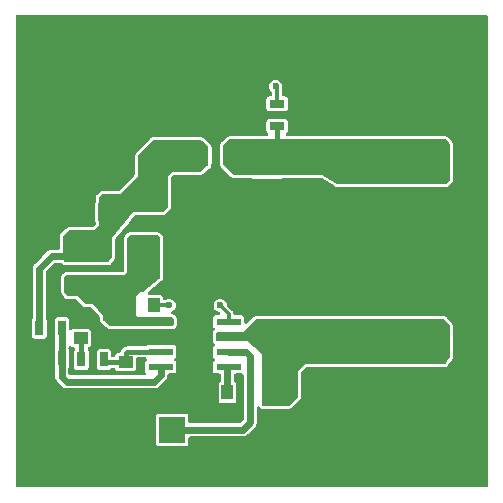
<source format=gbr>
%TF.GenerationSoftware,KiCad,Pcbnew,7.0.7-7.0.7~ubuntu23.04.1*%
%TF.CreationDate,2023-09-17T11:12:04+00:00*%
%TF.ProjectId,STEPDOWN02,53544550-444f-4574-9e30-322e6b696361,rev?*%
%TF.SameCoordinates,Original*%
%TF.FileFunction,Copper,L2,Bot*%
%TF.FilePolarity,Positive*%
%FSLAX46Y46*%
G04 Gerber Fmt 4.6, Leading zero omitted, Abs format (unit mm)*
G04 Created by KiCad (PCBNEW 7.0.7-7.0.7~ubuntu23.04.1) date 2023-09-17 11:12:04*
%MOMM*%
%LPD*%
G01*
G04 APERTURE LIST*
%TA.AperFunction,ComponentPad*%
%ADD10C,5.600000*%
%TD*%
%TA.AperFunction,ComponentPad*%
%ADD11R,3.810000X3.810000*%
%TD*%
%TA.AperFunction,ComponentPad*%
%ADD12R,2.235200X2.235200*%
%TD*%
%TA.AperFunction,ComponentPad*%
%ADD13R,1.300000X1.300000*%
%TD*%
%TA.AperFunction,ComponentPad*%
%ADD14C,1.300000*%
%TD*%
%TA.AperFunction,SMDPad,CuDef*%
%ADD15R,2.430000X2.370000*%
%TD*%
%TA.AperFunction,SMDPad,CuDef*%
%ADD16R,1.250000X1.000000*%
%TD*%
%TA.AperFunction,SMDPad,CuDef*%
%ADD17R,1.000000X1.250000*%
%TD*%
%TA.AperFunction,SMDPad,CuDef*%
%ADD18R,2.370000X2.230000*%
%TD*%
%TA.AperFunction,SMDPad,CuDef*%
%ADD19R,1.000000X1.600000*%
%TD*%
%TA.AperFunction,SMDPad,CuDef*%
%ADD20R,2.230000X1.800000*%
%TD*%
%TA.AperFunction,SMDPad,CuDef*%
%ADD21R,1.600000X1.000000*%
%TD*%
%TA.AperFunction,SMDPad,CuDef*%
%ADD22R,2.600000X3.200000*%
%TD*%
%TA.AperFunction,SMDPad,CuDef*%
%ADD23R,3.700020X1.000760*%
%TD*%
%TA.AperFunction,SMDPad,CuDef*%
%ADD24R,0.700000X1.300000*%
%TD*%
%TA.AperFunction,SMDPad,CuDef*%
%ADD25R,1.300000X0.700000*%
%TD*%
%TA.AperFunction,SMDPad,CuDef*%
%ADD26R,2.150000X0.600000*%
%TD*%
%TA.AperFunction,SMDPad,CuDef*%
%ADD27R,1.175000X1.175000*%
%TD*%
%TA.AperFunction,ComponentPad*%
%ADD28C,0.600000*%
%TD*%
%TA.AperFunction,ViaPad*%
%ADD29C,0.600000*%
%TD*%
%TA.AperFunction,Conductor*%
%ADD30C,1.000000*%
%TD*%
%TA.AperFunction,Conductor*%
%ADD31C,0.300000*%
%TD*%
%TA.AperFunction,Conductor*%
%ADD32C,0.400000*%
%TD*%
%TA.AperFunction,Conductor*%
%ADD33C,0.600000*%
%TD*%
%TA.AperFunction,Conductor*%
%ADD34C,1.500000*%
%TD*%
%TA.AperFunction,Conductor*%
%ADD35C,2.500000*%
%TD*%
%TA.AperFunction,Conductor*%
%ADD36C,0.500000*%
%TD*%
G04 APERTURE END LIST*
D10*
%TO.P,P1,1*%
%TO.N,GND*%
X121920000Y-71120000D03*
%TD*%
%TO.P,P2,1*%
%TO.N,GND*%
X152400000Y-71120000D03*
%TD*%
%TO.P,P3,1*%
%TO.N,GND*%
X121920000Y-101600000D03*
%TD*%
%TO.P,P4,1*%
%TO.N,GND*%
X152400000Y-101600000D03*
%TD*%
D11*
%TO.P,J1,1*%
%TO.N,+12V*%
X151558000Y-93980000D03*
X146558000Y-93980000D03*
%TD*%
%TO.P,J2,1*%
%TO.N,GND*%
X151558000Y-88900000D03*
X146558000Y-88900000D03*
%TD*%
%TO.P,J3,1*%
%TO.N,+5V*%
X151558000Y-78740000D03*
X146558000Y-78740000D03*
%TD*%
%TO.P,J4,1*%
%TO.N,GND*%
X151558000Y-83820000D03*
X146558000Y-83820000D03*
%TD*%
D12*
%TO.P,P5,1*%
%TO.N,/ENABLE*%
X130429000Y-101473000D03*
%TD*%
D13*
%TO.P,C12,1*%
%TO.N,+12V*%
X138811000Y-98806000D03*
D14*
%TO.P,C12,2*%
%TO.N,GND*%
X138811000Y-101306000D03*
%TD*%
D15*
%TO.P,C1,1*%
%TO.N,+12V*%
X139192000Y-93290000D03*
%TO.P,C1,2*%
%TO.N,GND*%
X139192000Y-87050000D03*
%TD*%
D16*
%TO.P,C2,1*%
%TO.N,+12V*%
X141478000Y-92567000D03*
%TO.P,C2,2*%
%TO.N,GND*%
X141478000Y-90567000D03*
%TD*%
%TO.P,C3,1*%
%TO.N,+12V*%
X143383000Y-92567000D03*
%TO.P,C3,2*%
%TO.N,GND*%
X143383000Y-90567000D03*
%TD*%
%TO.P,C4,1*%
%TO.N,Net-(C4-Pad1)*%
X126492000Y-95742000D03*
%TO.P,C4,2*%
%TO.N,GND*%
X126492000Y-93742000D03*
%TD*%
%TO.P,C5,1*%
%TO.N,Net-(C5-Pad1)*%
X122682000Y-93710000D03*
%TO.P,C5,2*%
%TO.N,GND*%
X122682000Y-91710000D03*
%TD*%
D17*
%TO.P,C6,1*%
%TO.N,Net-(C6-Pad1)*%
X135112000Y-98298000D03*
%TO.P,C6,2*%
%TO.N,GND*%
X133112000Y-98298000D03*
%TD*%
%TO.P,C7,1*%
%TO.N,Net-(C7-Pad1)*%
X126889000Y-90932000D03*
%TO.P,C7,2*%
%TO.N,Net-(C7-Pad2)*%
X128889000Y-90932000D03*
%TD*%
D18*
%TO.P,C8,1*%
%TO.N,Net-(C8-Pad1)*%
X128848000Y-81534000D03*
%TO.P,C8,2*%
%TO.N,GND*%
X133788000Y-81534000D03*
%TD*%
D19*
%TO.P,C9,1*%
%TO.N,Net-(C8-Pad1)*%
X124690000Y-83058000D03*
%TO.P,C9,2*%
%TO.N,GND*%
X121690000Y-83058000D03*
%TD*%
D20*
%TO.P,C10,1*%
%TO.N,+5V*%
X138430000Y-79058000D03*
%TO.P,C10,2*%
%TO.N,GND*%
X138430000Y-81978000D03*
%TD*%
D21*
%TO.P,C11,1*%
%TO.N,+5V*%
X141986000Y-79399000D03*
%TO.P,C11,2*%
%TO.N,GND*%
X141986000Y-82399000D03*
%TD*%
D22*
%TO.P,D1,1*%
%TO.N,Net-(C7-Pad1)*%
X128099000Y-86741000D03*
%TO.P,D1,2*%
%TO.N,GND*%
X135299000Y-86741000D03*
%TD*%
D23*
%TO.P,L1,1*%
%TO.N,Net-(C7-Pad1)*%
X123190000Y-88983820D03*
%TO.P,L1,2*%
%TO.N,Net-(C8-Pad1)*%
X123190000Y-86784180D03*
%TD*%
D24*
%TO.P,L2,1*%
%TO.N,Net-(C8-Pad1)*%
X133162000Y-78232000D03*
%TO.P,L2,2*%
%TO.N,+5V*%
X135062000Y-78232000D03*
%TD*%
%TO.P,R1,1*%
%TO.N,Net-(C4-Pad1)*%
X124648000Y-95504000D03*
%TO.P,R1,2*%
%TO.N,Net-(C5-Pad1)*%
X122748000Y-95504000D03*
%TD*%
%TO.P,R2,1*%
%TO.N,Net-(C8-Pad1)*%
X119192000Y-92837000D03*
%TO.P,R2,2*%
%TO.N,Net-(R2-Pad2)*%
X121092000Y-92837000D03*
%TD*%
%TO.P,R3,1*%
%TO.N,Net-(R2-Pad2)*%
X121092000Y-95377000D03*
%TO.P,R3,2*%
%TO.N,GND*%
X119192000Y-95377000D03*
%TD*%
D25*
%TO.P,R4,1*%
%TO.N,+5V*%
X139319000Y-75753000D03*
%TO.P,R4,2*%
%TO.N,Net-(D2-Pad2)*%
X139319000Y-73853000D03*
%TD*%
D26*
%TO.P,U1,1*%
%TO.N,Net-(C7-Pad2)*%
X135209000Y-92329000D03*
%TO.P,U1,2*%
%TO.N,+12V*%
X135209000Y-93599000D03*
%TO.P,U1,3*%
%TO.N,/ENABLE*%
X135209000Y-94869000D03*
%TO.P,U1,4*%
%TO.N,Net-(C6-Pad1)*%
X135209000Y-96139000D03*
%TO.P,U1,5*%
%TO.N,Net-(R2-Pad2)*%
X129459000Y-96139000D03*
%TO.P,U1,6*%
%TO.N,Net-(C4-Pad1)*%
X129459000Y-94869000D03*
%TO.P,U1,7*%
%TO.N,GND*%
X129459000Y-93599000D03*
%TO.P,U1,8*%
%TO.N,Net-(C7-Pad1)*%
X129459000Y-92329000D03*
D27*
%TO.P,U1,9*%
%TO.N,GND*%
X132923280Y-93055440D03*
X132921500Y-95405700D03*
X132921500Y-94230700D03*
D28*
X132905500Y-93027500D03*
X132842000Y-95377000D03*
X132842000Y-94234000D03*
X131762500Y-95377000D03*
X131762500Y-94234000D03*
X131762500Y-93027500D03*
D27*
X131747260Y-93055440D03*
X131746500Y-95405700D03*
X131746500Y-94230700D03*
%TD*%
D29*
%TO.N,GND*%
X137160000Y-83693000D03*
X133096000Y-88138000D03*
X137287000Y-86741000D03*
X121690000Y-83058000D03*
X143383000Y-90678000D03*
X136017000Y-82550000D03*
X133096000Y-86868000D03*
X135001000Y-83566000D03*
X137287000Y-88265000D03*
X139700000Y-83693000D03*
X133858000Y-83566000D03*
X133096000Y-85725000D03*
X141224000Y-86360000D03*
X141478000Y-90567000D03*
X141224000Y-87249000D03*
X136017000Y-81534000D03*
X126492000Y-93726000D03*
X137287000Y-85598000D03*
X138430000Y-83693000D03*
X119192000Y-95377000D03*
X141224000Y-88265000D03*
X141986000Y-82399000D03*
X132588000Y-83566000D03*
X133112000Y-98298000D03*
X122682000Y-91710000D03*
%TO.N,Net-(C7-Pad2)*%
X130175000Y-90932000D03*
X134493000Y-90932000D03*
%TO.N,Net-(D2-Pad2)*%
X139192000Y-72390000D03*
%TD*%
D30*
%TO.N,GND*%
X126492000Y-93726000D02*
X126492000Y-93742000D01*
D31*
X139010000Y-87122000D02*
X139192000Y-87304000D01*
X133788000Y-83496000D02*
X133858000Y-83566000D01*
X137287000Y-87304000D02*
X137287000Y-87376000D01*
X137287000Y-87376000D02*
X137287000Y-88265000D01*
X141169000Y-87304000D02*
X141224000Y-87249000D01*
X143383000Y-90678000D02*
X143383000Y-90567000D01*
X137287000Y-86741000D02*
X137287000Y-87376000D01*
X138430000Y-81978000D02*
X138430000Y-83693000D01*
X135299000Y-86868000D02*
X133096000Y-86868000D01*
X133788000Y-81534000D02*
X133788000Y-83496000D01*
X133788000Y-81534000D02*
X136017000Y-81534000D01*
X133096000Y-86868000D02*
X133096000Y-88138000D01*
X139192000Y-87304000D02*
X137287000Y-87304000D01*
X135299000Y-86741000D02*
X137287000Y-86741000D01*
X139192000Y-87304000D02*
X141169000Y-87304000D01*
X138430000Y-83693000D02*
X139700000Y-83693000D01*
X141224000Y-87249000D02*
X141224000Y-88265000D01*
X133858000Y-83566000D02*
X132588000Y-83566000D01*
D32*
%TO.N,+12V*%
X139137000Y-93599000D02*
X139192000Y-93544000D01*
D30*
X146122000Y-93544000D02*
X146558000Y-93980000D01*
D33*
X135209000Y-93599000D02*
X139137000Y-93599000D01*
D34*
X139192000Y-93544000D02*
X146122000Y-93544000D01*
D35*
X146558000Y-93980000D02*
X151558000Y-93980000D01*
D32*
%TO.N,Net-(C4-Pad1)*%
X126619000Y-94869000D02*
X126492000Y-94996000D01*
X126492000Y-94996000D02*
X126492000Y-95742000D01*
X124886000Y-95742000D02*
X124648000Y-95504000D01*
X129459000Y-94869000D02*
X126619000Y-94869000D01*
X126492000Y-95742000D02*
X124886000Y-95742000D01*
%TO.N,Net-(C5-Pad1)*%
X122748000Y-93776000D02*
X122682000Y-93710000D01*
X122748000Y-95504000D02*
X122748000Y-93776000D01*
%TO.N,Net-(C6-Pad1)*%
X135112000Y-96236000D02*
X135209000Y-96139000D01*
D33*
X135112000Y-98298000D02*
X135112000Y-96236000D01*
D30*
%TO.N,Net-(C7-Pad1)*%
X126916180Y-88983820D02*
X127464000Y-88436000D01*
X127464000Y-88436000D02*
X127464000Y-86868000D01*
D33*
X123190000Y-89916000D02*
X123444000Y-90170000D01*
X123444000Y-90170000D02*
X124968000Y-90170000D01*
X124968000Y-90170000D02*
X125238000Y-90440000D01*
X125238000Y-90440000D02*
X125238000Y-90932000D01*
X125238000Y-91964000D02*
X125603000Y-92329000D01*
X125603000Y-92329000D02*
X129459000Y-92329000D01*
D31*
X125238000Y-90932000D02*
X125349000Y-90932000D01*
X125349000Y-90932000D02*
X125238000Y-90932000D01*
D33*
X125238000Y-90932000D02*
X125238000Y-91186000D01*
X126889000Y-90932000D02*
X125238000Y-90932000D01*
D30*
X123190000Y-88983820D02*
X126916180Y-88983820D01*
D33*
X125238000Y-91186000D02*
X125238000Y-91964000D01*
X123190000Y-88983820D02*
X123190000Y-89916000D01*
D31*
%TO.N,Net-(C7-Pad2)*%
X134493000Y-90932000D02*
X135209000Y-91648000D01*
X135209000Y-92329000D02*
X135209000Y-91648000D01*
X130175000Y-90932000D02*
X128889000Y-90932000D01*
D30*
%TO.N,Net-(C8-Pad1)*%
X130556000Y-78232000D02*
X129356000Y-79432000D01*
X129356000Y-79432000D02*
X129356000Y-81534000D01*
D33*
X123190000Y-85852000D02*
X123698000Y-85344000D01*
X123698000Y-85344000D02*
X124333000Y-85344000D01*
X124333000Y-85344000D02*
X124690000Y-84987000D01*
X124690000Y-84987000D02*
X124690000Y-83566000D01*
X120225820Y-86784180D02*
X119192000Y-87818000D01*
X119192000Y-87818000D02*
X119192000Y-92837000D01*
X123190000Y-86784180D02*
X120225820Y-86784180D01*
X123190000Y-86784180D02*
X123190000Y-85852000D01*
X133162000Y-78232000D02*
X130556000Y-78232000D01*
D30*
%TO.N,+5V*%
X142518000Y-78740000D02*
X142200000Y-79058000D01*
X142200000Y-79058000D02*
X138430000Y-79058000D01*
X136716000Y-79058000D02*
X135890000Y-78232000D01*
D36*
X138364000Y-78992000D02*
X138430000Y-79058000D01*
D32*
X139319000Y-77470000D02*
X138430000Y-78359000D01*
X138430000Y-78359000D02*
X138430000Y-79058000D01*
X139319000Y-75753000D02*
X139319000Y-77470000D01*
D30*
X146558000Y-78740000D02*
X142518000Y-78740000D01*
D35*
X146558000Y-78740000D02*
X151558000Y-78740000D01*
D30*
X136716000Y-79058000D02*
X138430000Y-79058000D01*
D33*
X135062000Y-78232000D02*
X135890000Y-78232000D01*
D31*
%TO.N,Net-(D2-Pad2)*%
X139319000Y-72517000D02*
X139192000Y-72390000D01*
X139319000Y-73853000D02*
X139319000Y-72517000D01*
D33*
%TO.N,/ENABLE*%
X130556000Y-101346000D02*
X130429000Y-101473000D01*
X136652000Y-94869000D02*
X137033000Y-95250000D01*
X137033000Y-95250000D02*
X137033000Y-100838000D01*
X137033000Y-100838000D02*
X136398000Y-101473000D01*
X136398000Y-101473000D02*
X130429000Y-101473000D01*
X135209000Y-94869000D02*
X136652000Y-94869000D01*
%TO.N,Net-(R2-Pad2)*%
X129459000Y-96855000D02*
X128905000Y-97409000D01*
X128905000Y-97409000D02*
X121539000Y-97409000D01*
X121539000Y-97409000D02*
X121092000Y-96962000D01*
X121092000Y-96962000D02*
X121092000Y-95377000D01*
X121092000Y-95377000D02*
X121092000Y-92837000D01*
X129459000Y-96139000D02*
X129459000Y-96855000D01*
%TD*%
%TA.AperFunction,Conductor*%
%TO.N,GND*%
G36*
X157076000Y-66389462D02*
G01*
X157130538Y-66444000D01*
X157150500Y-66518500D01*
X157150500Y-106201500D01*
X157130538Y-106276000D01*
X157076000Y-106330538D01*
X157001500Y-106350500D01*
X117318500Y-106350500D01*
X117244000Y-106330538D01*
X117189462Y-106276000D01*
X117169500Y-106201500D01*
X117169500Y-102615662D01*
X129056900Y-102615662D01*
X129071665Y-102689900D01*
X129127915Y-102774083D01*
X129127917Y-102774085D01*
X129212097Y-102830333D01*
X129212099Y-102830334D01*
X129286333Y-102845100D01*
X131571666Y-102845099D01*
X131645901Y-102830334D01*
X131730084Y-102774084D01*
X131786334Y-102689901D01*
X131801100Y-102615667D01*
X131801100Y-102176500D01*
X131821062Y-102102000D01*
X131875600Y-102047462D01*
X131950100Y-102027500D01*
X136388537Y-102027500D01*
X136455239Y-102029779D01*
X136497971Y-102019364D01*
X136505444Y-102017944D01*
X136549009Y-102011957D01*
X136563692Y-102005578D01*
X136587772Y-101997480D01*
X136603333Y-101993689D01*
X136641683Y-101972125D01*
X136648464Y-101968757D01*
X136688818Y-101951230D01*
X136701239Y-101941124D01*
X136722243Y-101926828D01*
X136736199Y-101918982D01*
X136767299Y-101887880D01*
X136772936Y-101882793D01*
X136807058Y-101855034D01*
X136816291Y-101841952D01*
X136832653Y-101822526D01*
X137125525Y-101529654D01*
X137418392Y-101236789D01*
X137445466Y-101211502D01*
X137467176Y-101191228D01*
X137490031Y-101153642D01*
X137494298Y-101147372D01*
X137520880Y-101112320D01*
X137526754Y-101097422D01*
X137538051Y-101074677D01*
X137546375Y-101060990D01*
X137558242Y-101018633D01*
X137560667Y-101011425D01*
X137576799Y-100970520D01*
X137578435Y-100954595D01*
X137583179Y-100929633D01*
X137587500Y-100914214D01*
X137587500Y-100870250D01*
X137587891Y-100862628D01*
X137588960Y-100852221D01*
X137592387Y-100818891D01*
X137589666Y-100803107D01*
X137587500Y-100777794D01*
X137587500Y-99595241D01*
X137607462Y-99520741D01*
X137662000Y-99466203D01*
X137736500Y-99446241D01*
X137811000Y-99466203D01*
X137860389Y-99512461D01*
X137885465Y-99549990D01*
X137885470Y-99549996D01*
X137940002Y-99604529D01*
X137940002Y-99604528D01*
X137940006Y-99604532D01*
X137959451Y-99621585D01*
X137966556Y-99629684D01*
X137967136Y-99629105D01*
X137977511Y-99639480D01*
X137977515Y-99639482D01*
X137977516Y-99639484D01*
X138061699Y-99695734D01*
X138135933Y-99710500D01*
X139486066Y-99710499D01*
X139513973Y-99704948D01*
X139521950Y-99703362D01*
X139551014Y-99700500D01*
X140281784Y-99700500D01*
X140298732Y-99699389D01*
X140326493Y-99695734D01*
X140345717Y-99693203D01*
X140441596Y-99660657D01*
X140508391Y-99622093D01*
X140562135Y-99580853D01*
X141242860Y-98900128D01*
X141254063Y-98887354D01*
X141254063Y-98887352D01*
X141254069Y-98887347D01*
X141254070Y-98887346D01*
X141279946Y-98853623D01*
X141281016Y-98852403D01*
X141282913Y-98849756D01*
X141282914Y-98849755D01*
X141282915Y-98849752D01*
X141282917Y-98849750D01*
X141305596Y-98803758D01*
X141327696Y-98758945D01*
X141347658Y-98684445D01*
X141347659Y-98684434D01*
X141347661Y-98684427D01*
X141356499Y-98617289D01*
X141356500Y-98617281D01*
X141356500Y-96689206D01*
X141376462Y-96614706D01*
X141400141Y-96583847D01*
X141795847Y-96188141D01*
X141862642Y-96149577D01*
X141901206Y-96144500D01*
X153468497Y-96144500D01*
X153468500Y-96144500D01*
X153520523Y-96139232D01*
X153579053Y-96127255D01*
X153596946Y-96122927D01*
X153687258Y-96077148D01*
X153747928Y-96029525D01*
X153795300Y-95981100D01*
X154104133Y-95569322D01*
X154108612Y-95562962D01*
X154120592Y-95544817D01*
X154154696Y-95468996D01*
X154174658Y-95394496D01*
X154174659Y-95394485D01*
X154174661Y-95394478D01*
X154183499Y-95327340D01*
X154183500Y-95327333D01*
X154183500Y-92636216D01*
X154182389Y-92619268D01*
X154176203Y-92572283D01*
X154172373Y-92560999D01*
X154143657Y-92476404D01*
X154105093Y-92409609D01*
X154063853Y-92355865D01*
X153737159Y-92029170D01*
X153704858Y-91980828D01*
X153702734Y-91975699D01*
X153683735Y-91947265D01*
X153646484Y-91891516D01*
X153646482Y-91891515D01*
X153646482Y-91891514D01*
X153562302Y-91835266D01*
X153488067Y-91820500D01*
X153397147Y-91820500D01*
X153387417Y-91819862D01*
X153362721Y-91816611D01*
X153354283Y-91815500D01*
X153354282Y-91815500D01*
X144062824Y-91815500D01*
X144033756Y-91812637D01*
X144033067Y-91812500D01*
X142732934Y-91812500D01*
X142732341Y-91812618D01*
X142732249Y-91812637D01*
X142703183Y-91815500D01*
X142157824Y-91815500D01*
X142128756Y-91812637D01*
X142128067Y-91812500D01*
X140827934Y-91812500D01*
X140827341Y-91812618D01*
X140827249Y-91812637D01*
X140798183Y-91815500D01*
X137594216Y-91815500D01*
X137577268Y-91816611D01*
X137530283Y-91822796D01*
X137434404Y-91855343D01*
X137367615Y-91893903D01*
X137367608Y-91893908D01*
X137313866Y-91935145D01*
X136792858Y-92456152D01*
X136726063Y-92494716D01*
X136648935Y-92494716D01*
X136582140Y-92456152D01*
X136543576Y-92389357D01*
X136538499Y-92350797D01*
X136538499Y-92003934D01*
X136523734Y-91929699D01*
X136467484Y-91845516D01*
X136467483Y-91845515D01*
X136467482Y-91845514D01*
X136383302Y-91789266D01*
X136309067Y-91774500D01*
X135762500Y-91774500D01*
X135688000Y-91754538D01*
X135633462Y-91700000D01*
X135613500Y-91625500D01*
X135613500Y-91583935D01*
X135612893Y-91582066D01*
X135607161Y-91564424D01*
X135601706Y-91541704D01*
X135598498Y-91521445D01*
X135589191Y-91503180D01*
X135580241Y-91481575D01*
X135573905Y-91462071D01*
X135561848Y-91445477D01*
X135549633Y-91425545D01*
X135540326Y-91407277D01*
X135517537Y-91384488D01*
X135517535Y-91384485D01*
X135086112Y-90953062D01*
X135047549Y-90886268D01*
X135043749Y-90867165D01*
X135033228Y-90787246D01*
X134977356Y-90652360D01*
X134977356Y-90652359D01*
X134888472Y-90536524D01*
X134772642Y-90447644D01*
X134772642Y-90447643D01*
X134637751Y-90391770D01*
X134493003Y-90372715D01*
X134492997Y-90372715D01*
X134348251Y-90391770D01*
X134348246Y-90391771D01*
X134213360Y-90447643D01*
X134097526Y-90536526D01*
X134008643Y-90652360D01*
X133952771Y-90787246D01*
X133952770Y-90787251D01*
X133933715Y-90931997D01*
X133933715Y-90932002D01*
X133952770Y-91076751D01*
X134008644Y-91211642D01*
X134097524Y-91327472D01*
X134097527Y-91327475D01*
X134213357Y-91416355D01*
X134213357Y-91416356D01*
X134298417Y-91451588D01*
X134348246Y-91472228D01*
X134390382Y-91477775D01*
X134461638Y-91507288D01*
X134508592Y-91568477D01*
X134518661Y-91644945D01*
X134489147Y-91716203D01*
X134427958Y-91763157D01*
X134370936Y-91774500D01*
X134108937Y-91774500D01*
X134034699Y-91789265D01*
X133950516Y-91845515D01*
X133950514Y-91845517D01*
X133894266Y-91929697D01*
X133879500Y-92003932D01*
X133879500Y-92654062D01*
X133894265Y-92728300D01*
X133950515Y-92812483D01*
X133950517Y-92812485D01*
X133976081Y-92829567D01*
X134026935Y-92887555D01*
X134041981Y-92963202D01*
X134017188Y-93036236D01*
X133998660Y-93058813D01*
X133948471Y-93109002D01*
X133948468Y-93109006D01*
X133930562Y-93129422D01*
X133926085Y-93134528D01*
X133881301Y-93225342D01*
X133881301Y-93225343D01*
X133861343Y-93299831D01*
X133861338Y-93299854D01*
X133852500Y-93366992D01*
X133852500Y-93831007D01*
X133861338Y-93898145D01*
X133861342Y-93898164D01*
X133881302Y-93972655D01*
X133881304Y-93972663D01*
X133892215Y-94004806D01*
X133892216Y-94004808D01*
X133892217Y-94004809D01*
X133948465Y-94088990D01*
X133948469Y-94088995D01*
X133998659Y-94139185D01*
X134037223Y-94205980D01*
X134037223Y-94283108D01*
X133998659Y-94349903D01*
X133976084Y-94368431D01*
X133950515Y-94385516D01*
X133950514Y-94385517D01*
X133894266Y-94469697D01*
X133879500Y-94543932D01*
X133879500Y-95194062D01*
X133894265Y-95268300D01*
X133950515Y-95352483D01*
X133950516Y-95352484D01*
X133991863Y-95380112D01*
X134042716Y-95438101D01*
X134057762Y-95513747D01*
X134032969Y-95586782D01*
X133991863Y-95627888D01*
X133950516Y-95655515D01*
X133950514Y-95655517D01*
X133894266Y-95739697D01*
X133879500Y-95813932D01*
X133879500Y-96464062D01*
X133894265Y-96538300D01*
X133950515Y-96622483D01*
X133950517Y-96622485D01*
X134034697Y-96678733D01*
X134034699Y-96678734D01*
X134108933Y-96693500D01*
X134408501Y-96693499D01*
X134483000Y-96713461D01*
X134537538Y-96767999D01*
X134557500Y-96842499D01*
X134557500Y-97323688D01*
X134537538Y-97398188D01*
X134491281Y-97447576D01*
X134428517Y-97489514D01*
X134428514Y-97489517D01*
X134372266Y-97573697D01*
X134357500Y-97647932D01*
X134357500Y-98948062D01*
X134372265Y-99022300D01*
X134428515Y-99106483D01*
X134428517Y-99106485D01*
X134512697Y-99162733D01*
X134512699Y-99162734D01*
X134586933Y-99177500D01*
X135637066Y-99177499D01*
X135711301Y-99162734D01*
X135795484Y-99106484D01*
X135851734Y-99022301D01*
X135866500Y-98948067D01*
X135866499Y-97647934D01*
X135851734Y-97573699D01*
X135795484Y-97489516D01*
X135795482Y-97489514D01*
X135732719Y-97447576D01*
X135681865Y-97389587D01*
X135666500Y-97323688D01*
X135666500Y-96842499D01*
X135686462Y-96767999D01*
X135741000Y-96713461D01*
X135815500Y-96693499D01*
X136309065Y-96693499D01*
X136309066Y-96693499D01*
X136309066Y-96693498D01*
X136314892Y-96692925D01*
X136390990Y-96705487D01*
X136450612Y-96754415D01*
X136477782Y-96826599D01*
X136478500Y-96841207D01*
X136478500Y-100546601D01*
X136458538Y-100621101D01*
X136434859Y-100651960D01*
X136211960Y-100874859D01*
X136145165Y-100913423D01*
X136106601Y-100918500D01*
X131950099Y-100918500D01*
X131875599Y-100898538D01*
X131821061Y-100844000D01*
X131801099Y-100769500D01*
X131801099Y-100330337D01*
X131801099Y-100330334D01*
X131786334Y-100256099D01*
X131730084Y-100171916D01*
X131730083Y-100171915D01*
X131730082Y-100171914D01*
X131645902Y-100115666D01*
X131571667Y-100100900D01*
X129286337Y-100100900D01*
X129212099Y-100115665D01*
X129127916Y-100171915D01*
X129127914Y-100171917D01*
X129071666Y-100256097D01*
X129056900Y-100330332D01*
X129056900Y-102615662D01*
X117169500Y-102615662D01*
X117169500Y-96052062D01*
X120487500Y-96052062D01*
X120487501Y-96052066D01*
X120502266Y-96126301D01*
X120510906Y-96139232D01*
X120512386Y-96141446D01*
X120537181Y-96214480D01*
X120537500Y-96224230D01*
X120537500Y-96952536D01*
X120535220Y-97019240D01*
X120545631Y-97061961D01*
X120547056Y-97069458D01*
X120553043Y-97113008D01*
X120553043Y-97113009D01*
X120559422Y-97127697D01*
X120567515Y-97151765D01*
X120571308Y-97167328D01*
X120571308Y-97167329D01*
X120573180Y-97170658D01*
X120592860Y-97205659D01*
X120596251Y-97212487D01*
X120613769Y-97252818D01*
X120623873Y-97265236D01*
X120638167Y-97286237D01*
X120646018Y-97300199D01*
X120646023Y-97300204D01*
X120677107Y-97331288D01*
X120682220Y-97336954D01*
X120709966Y-97371058D01*
X120723043Y-97380288D01*
X120742476Y-97396657D01*
X121140224Y-97794406D01*
X121185772Y-97843176D01*
X121223341Y-97866022D01*
X121229649Y-97870315D01*
X121264672Y-97896875D01*
X121264681Y-97896880D01*
X121279565Y-97902749D01*
X121302322Y-97914051D01*
X121316010Y-97922375D01*
X121358346Y-97934237D01*
X121365583Y-97936671D01*
X121406479Y-97952799D01*
X121415217Y-97953697D01*
X121422404Y-97954436D01*
X121447369Y-97959180D01*
X121462786Y-97963500D01*
X121506757Y-97963500D01*
X121514380Y-97963891D01*
X121520712Y-97964541D01*
X121558109Y-97968386D01*
X121573879Y-97965666D01*
X121599196Y-97963500D01*
X128895537Y-97963500D01*
X128962239Y-97965779D01*
X129004971Y-97955364D01*
X129012444Y-97953944D01*
X129056009Y-97947957D01*
X129070692Y-97941578D01*
X129094772Y-97933480D01*
X129110333Y-97929689D01*
X129148683Y-97908125D01*
X129155464Y-97904757D01*
X129195818Y-97887230D01*
X129208239Y-97877124D01*
X129229243Y-97862828D01*
X129243199Y-97854982D01*
X129274299Y-97823880D01*
X129279936Y-97818793D01*
X129314058Y-97791034D01*
X129323291Y-97777952D01*
X129339653Y-97758526D01*
X129717894Y-97380286D01*
X129844392Y-97253789D01*
X129871466Y-97228502D01*
X129893176Y-97208228D01*
X129916026Y-97170649D01*
X129920307Y-97164359D01*
X129946879Y-97129321D01*
X129952750Y-97114431D01*
X129964058Y-97091664D01*
X129972375Y-97077990D01*
X129984235Y-97035658D01*
X129986668Y-97028424D01*
X130002799Y-96987521D01*
X130002799Y-96987520D01*
X130004436Y-96971595D01*
X130009181Y-96946627D01*
X130013500Y-96931214D01*
X130013499Y-96887246D01*
X130013890Y-96879622D01*
X130016505Y-96854181D01*
X130018386Y-96835891D01*
X130018385Y-96835889D01*
X130019273Y-96827260D01*
X130046750Y-96755192D01*
X130106580Y-96706518D01*
X130167492Y-96693499D01*
X130559063Y-96693499D01*
X130559066Y-96693499D01*
X130633301Y-96678734D01*
X130717484Y-96622484D01*
X130773734Y-96538301D01*
X130788500Y-96464067D01*
X130788499Y-95813934D01*
X130773734Y-95739699D01*
X130717484Y-95655516D01*
X130717483Y-95655515D01*
X130676136Y-95627887D01*
X130625283Y-95569898D01*
X130610237Y-95494251D01*
X130635030Y-95421217D01*
X130676135Y-95380112D01*
X130717484Y-95352484D01*
X130773734Y-95268301D01*
X130788500Y-95194067D01*
X130788499Y-94543934D01*
X130773734Y-94469699D01*
X130717484Y-94385516D01*
X130717482Y-94385514D01*
X130633302Y-94329266D01*
X130559067Y-94314500D01*
X128358937Y-94314500D01*
X128284699Y-94329265D01*
X128194719Y-94389389D01*
X128121684Y-94414181D01*
X128111939Y-94414500D01*
X126648715Y-94414500D01*
X126640367Y-94414031D01*
X126601816Y-94409687D01*
X126601815Y-94409687D01*
X126601814Y-94409687D01*
X126542851Y-94420843D01*
X126499062Y-94427443D01*
X126483519Y-94429786D01*
X126475308Y-94432319D01*
X126467190Y-94435159D01*
X126414141Y-94463197D01*
X126360080Y-94489232D01*
X126352953Y-94494091D01*
X126346061Y-94499178D01*
X126303627Y-94541612D01*
X126259642Y-94582424D01*
X126252686Y-94591148D01*
X126251747Y-94590399D01*
X126241442Y-94603796D01*
X126191627Y-94653610D01*
X126185395Y-94659180D01*
X126155064Y-94683368D01*
X126121260Y-94732949D01*
X126085630Y-94781228D01*
X126081603Y-94788848D01*
X126077884Y-94796571D01*
X126077883Y-94796572D01*
X126077884Y-94796572D01*
X126060196Y-94853915D01*
X126051699Y-94878197D01*
X126048369Y-94887714D01*
X126004920Y-94951439D01*
X125935430Y-94984903D01*
X125907733Y-94987500D01*
X125841936Y-94987500D01*
X125767699Y-95002265D01*
X125683516Y-95058515D01*
X125683514Y-95058517D01*
X125627266Y-95142697D01*
X125622319Y-95167569D01*
X125588206Y-95236743D01*
X125524076Y-95279593D01*
X125476182Y-95287500D01*
X125401499Y-95287500D01*
X125326999Y-95267538D01*
X125272461Y-95213000D01*
X125252499Y-95138500D01*
X125252499Y-94828937D01*
X125252499Y-94828934D01*
X125237734Y-94754699D01*
X125181484Y-94670516D01*
X125181483Y-94670515D01*
X125181482Y-94670514D01*
X125097302Y-94614266D01*
X125023067Y-94599500D01*
X124272937Y-94599500D01*
X124198699Y-94614265D01*
X124114516Y-94670515D01*
X124114514Y-94670517D01*
X124058266Y-94754697D01*
X124043500Y-94828932D01*
X124043500Y-96179062D01*
X124058265Y-96253300D01*
X124114515Y-96337483D01*
X124114517Y-96337485D01*
X124198697Y-96393733D01*
X124198699Y-96393734D01*
X124272933Y-96408500D01*
X125023066Y-96408499D01*
X125097301Y-96393734D01*
X125181484Y-96337484D01*
X125231440Y-96262719D01*
X125289428Y-96211866D01*
X125355329Y-96196500D01*
X125476182Y-96196500D01*
X125550682Y-96216462D01*
X125605220Y-96271000D01*
X125622319Y-96316433D01*
X125627264Y-96341299D01*
X125683515Y-96425483D01*
X125683517Y-96425485D01*
X125767697Y-96481733D01*
X125767699Y-96481734D01*
X125841933Y-96496500D01*
X127142066Y-96496499D01*
X127216301Y-96481734D01*
X127300484Y-96425484D01*
X127356734Y-96341301D01*
X127371500Y-96267067D01*
X127371499Y-95472499D01*
X127391461Y-95398000D01*
X127445999Y-95343462D01*
X127520499Y-95323500D01*
X128111939Y-95323500D01*
X128186439Y-95343462D01*
X128194720Y-95348612D01*
X128241862Y-95380112D01*
X128292716Y-95438100D01*
X128307762Y-95513747D01*
X128282969Y-95586781D01*
X128241863Y-95627888D01*
X128200516Y-95655515D01*
X128200514Y-95655517D01*
X128144266Y-95739697D01*
X128129500Y-95813932D01*
X128129500Y-96464062D01*
X128144266Y-96538301D01*
X128200673Y-96622719D01*
X128225466Y-96695754D01*
X128210419Y-96771400D01*
X128159566Y-96829388D01*
X128086531Y-96854181D01*
X128076785Y-96854500D01*
X121830400Y-96854500D01*
X121755900Y-96834538D01*
X121725041Y-96810859D01*
X121690140Y-96775958D01*
X121651576Y-96709163D01*
X121646499Y-96670605D01*
X121646499Y-96224231D01*
X121666461Y-96149732D01*
X121671613Y-96141448D01*
X121681734Y-96126301D01*
X121682405Y-96122926D01*
X121696500Y-96052067D01*
X121696499Y-94701934D01*
X121681734Y-94627699D01*
X121671610Y-94612548D01*
X121646819Y-94539514D01*
X121646500Y-94529769D01*
X121646500Y-94520556D01*
X121666462Y-94446056D01*
X121721000Y-94391518D01*
X121795500Y-94371556D01*
X121870000Y-94391518D01*
X121878281Y-94396668D01*
X121957697Y-94449733D01*
X121957699Y-94449734D01*
X122031933Y-94464500D01*
X122073411Y-94464499D01*
X122147908Y-94484460D01*
X122202447Y-94538996D01*
X122222411Y-94613496D01*
X122202450Y-94687996D01*
X122197300Y-94696278D01*
X122158266Y-94754696D01*
X122143500Y-94828932D01*
X122143500Y-96179062D01*
X122158265Y-96253300D01*
X122214515Y-96337483D01*
X122214517Y-96337485D01*
X122298697Y-96393733D01*
X122298699Y-96393734D01*
X122372933Y-96408500D01*
X123123066Y-96408499D01*
X123197301Y-96393734D01*
X123281484Y-96337484D01*
X123337734Y-96253301D01*
X123352500Y-96179067D01*
X123352499Y-94828934D01*
X123337734Y-94754699D01*
X123289801Y-94682963D01*
X123265009Y-94609929D01*
X123280056Y-94534282D01*
X123330910Y-94476294D01*
X123384623Y-94454045D01*
X123406301Y-94449734D01*
X123490484Y-94393484D01*
X123546734Y-94309301D01*
X123561500Y-94235067D01*
X123561499Y-93184934D01*
X123546734Y-93110699D01*
X123490484Y-93026516D01*
X123490482Y-93026514D01*
X123406302Y-92970266D01*
X123332067Y-92955500D01*
X122031937Y-92955500D01*
X121957697Y-92970266D01*
X121928277Y-92989924D01*
X121855242Y-93014715D01*
X121779596Y-92999667D01*
X121721609Y-92948812D01*
X121696818Y-92875777D01*
X121696499Y-92866049D01*
X121696499Y-92161934D01*
X121681734Y-92087699D01*
X121625484Y-92003516D01*
X121625483Y-92003515D01*
X121625482Y-92003514D01*
X121541302Y-91947266D01*
X121467067Y-91932500D01*
X120716937Y-91932500D01*
X120642699Y-91947265D01*
X120558516Y-92003515D01*
X120558514Y-92003517D01*
X120502266Y-92087697D01*
X120487500Y-92161932D01*
X120487500Y-93512062D01*
X120502266Y-93586301D01*
X120512386Y-93601446D01*
X120537181Y-93674480D01*
X120537500Y-93684230D01*
X120537500Y-94529769D01*
X120517538Y-94604269D01*
X120512389Y-94612549D01*
X120502266Y-94627697D01*
X120502265Y-94627701D01*
X120487500Y-94701932D01*
X120487500Y-96052062D01*
X117169500Y-96052062D01*
X117169500Y-93512062D01*
X118587500Y-93512062D01*
X118602265Y-93586300D01*
X118658515Y-93670483D01*
X118658517Y-93670485D01*
X118742697Y-93726733D01*
X118742699Y-93726734D01*
X118816933Y-93741500D01*
X119567066Y-93741499D01*
X119641301Y-93726734D01*
X119725484Y-93670484D01*
X119781734Y-93586301D01*
X119796500Y-93512067D01*
X119796499Y-92161934D01*
X119781734Y-92087699D01*
X119771610Y-92072548D01*
X119746819Y-91999514D01*
X119746500Y-91989769D01*
X119746500Y-89748098D01*
X121025500Y-89748098D01*
X121025943Y-89761833D01*
X121039494Y-89836638D01*
X121064206Y-89909689D01*
X121094104Y-89970476D01*
X121094105Y-89970478D01*
X121278851Y-90247598D01*
X121317273Y-90292955D01*
X121366756Y-90339350D01*
X121366755Y-90339348D01*
X121386268Y-90355913D01*
X121386272Y-90355916D01*
X121477075Y-90400695D01*
X121477085Y-90400698D01*
X121514328Y-90410676D01*
X121551579Y-90420658D01*
X121551587Y-90420659D01*
X121551596Y-90420661D01*
X121618461Y-90429463D01*
X121618742Y-90429500D01*
X122258794Y-90429500D01*
X122333294Y-90449462D01*
X122364153Y-90473141D01*
X122841872Y-90950860D01*
X122841880Y-90950867D01*
X122841884Y-90950871D01*
X122854653Y-90962069D01*
X122854655Y-90962070D01*
X122888369Y-90987940D01*
X122889592Y-90989012D01*
X122892249Y-90990917D01*
X122980688Y-91034529D01*
X122983055Y-91035696D01*
X122983058Y-91035696D01*
X122983061Y-91035698D01*
X123020304Y-91045676D01*
X123057555Y-91055658D01*
X123057563Y-91055659D01*
X123057572Y-91055661D01*
X123124710Y-91064499D01*
X123124718Y-91064500D01*
X123512636Y-91064500D01*
X123587136Y-91084462D01*
X123624768Y-91115381D01*
X124263636Y-91845516D01*
X124290633Y-91876369D01*
X124324668Y-91945581D01*
X124327499Y-91974485D01*
X124327499Y-92130393D01*
X124331984Y-92178411D01*
X124331987Y-92178433D01*
X124342203Y-92232656D01*
X124345249Y-92246683D01*
X124345250Y-92246685D01*
X124388186Y-92338383D01*
X124388187Y-92338385D01*
X124388188Y-92338386D01*
X124388189Y-92338387D01*
X124433886Y-92400506D01*
X124433890Y-92400510D01*
X124480812Y-92449371D01*
X124829473Y-92728300D01*
X125022907Y-92883048D01*
X125029000Y-92887555D01*
X125030788Y-92888878D01*
X125053416Y-92904332D01*
X125132603Y-92940696D01*
X125132609Y-92940697D01*
X125132610Y-92940698D01*
X125132612Y-92940699D01*
X125177302Y-92952673D01*
X125207103Y-92960658D01*
X125207111Y-92960659D01*
X125207120Y-92960661D01*
X125274258Y-92969499D01*
X125274266Y-92969500D01*
X130407000Y-92969500D01*
X130414438Y-92968520D01*
X130474145Y-92960661D01*
X130474152Y-92960659D01*
X130474163Y-92960658D01*
X130548663Y-92940696D01*
X130580806Y-92929785D01*
X130664994Y-92873532D01*
X130692262Y-92846263D01*
X130719529Y-92818998D01*
X130719528Y-92818998D01*
X130719532Y-92818994D01*
X130741914Y-92793473D01*
X130786696Y-92702663D01*
X130806658Y-92628163D01*
X130806659Y-92628152D01*
X130806661Y-92628145D01*
X130815499Y-92561007D01*
X130815500Y-92560999D01*
X130815500Y-92097000D01*
X130815499Y-92096992D01*
X130806661Y-92029854D01*
X130806658Y-92029844D01*
X130806658Y-92029837D01*
X130786696Y-91955337D01*
X130775785Y-91923194D01*
X130719532Y-91839006D01*
X130693026Y-91812500D01*
X130664998Y-91784471D01*
X130664998Y-91784472D01*
X130664994Y-91784468D01*
X130639473Y-91762086D01*
X130548663Y-91717304D01*
X130548660Y-91717303D01*
X130548658Y-91717302D01*
X130474388Y-91697402D01*
X130407593Y-91658839D01*
X130369028Y-91592044D01*
X130369028Y-91514916D01*
X130407591Y-91448121D01*
X130446641Y-91422030D01*
X130446185Y-91421239D01*
X130454639Y-91416356D01*
X130454643Y-91416355D01*
X130570474Y-91327474D01*
X130659355Y-91211643D01*
X130659355Y-91211642D01*
X130659356Y-91211642D01*
X130715229Y-91076751D01*
X130734285Y-90932002D01*
X130734285Y-90931997D01*
X130715229Y-90787251D01*
X130715228Y-90787246D01*
X130659356Y-90652360D01*
X130659355Y-90652359D01*
X130659355Y-90652358D01*
X130570474Y-90536526D01*
X130570472Y-90536525D01*
X130570472Y-90536524D01*
X130454642Y-90447644D01*
X130454642Y-90447643D01*
X130319751Y-90391770D01*
X130175003Y-90372715D01*
X130174997Y-90372715D01*
X130030251Y-90391770D01*
X130030246Y-90391771D01*
X129895356Y-90447645D01*
X129895355Y-90447646D01*
X129883202Y-90456971D01*
X129811945Y-90486486D01*
X129735477Y-90476417D01*
X129674288Y-90429463D01*
X129644773Y-90358206D01*
X129643499Y-90338760D01*
X129643499Y-90281937D01*
X129643499Y-90281934D01*
X129628734Y-90207699D01*
X129572484Y-90123516D01*
X129572482Y-90123514D01*
X129488302Y-90067266D01*
X129414067Y-90052500D01*
X128521150Y-90052500D01*
X128446650Y-90032538D01*
X128392112Y-89978000D01*
X128372150Y-89903500D01*
X128392112Y-89829000D01*
X128426792Y-89788186D01*
X129522677Y-88891554D01*
X129556102Y-88858746D01*
X129590788Y-88817926D01*
X129598914Y-88807865D01*
X129643696Y-88717055D01*
X129663658Y-88642555D01*
X129663659Y-88642544D01*
X129663661Y-88642537D01*
X129672499Y-88575399D01*
X129672500Y-88575391D01*
X129672500Y-85270216D01*
X129671389Y-85253268D01*
X129665203Y-85206285D01*
X129665202Y-85206279D01*
X129661406Y-85195096D01*
X129653499Y-85147203D01*
X129653499Y-85115937D01*
X129653499Y-85115934D01*
X129638734Y-85041699D01*
X129582484Y-84957516D01*
X129582482Y-84957514D01*
X129498301Y-84901265D01*
X129484744Y-84895650D01*
X129485296Y-84894315D01*
X129430950Y-84867511D01*
X129423840Y-84860852D01*
X129380128Y-84817140D01*
X129367354Y-84805937D01*
X129367352Y-84805936D01*
X129367347Y-84805931D01*
X129367345Y-84805929D01*
X129333630Y-84780059D01*
X129332408Y-84778987D01*
X129329750Y-84777082D01*
X129238948Y-84732305D01*
X129238938Y-84732301D01*
X129164450Y-84712343D01*
X129164427Y-84712338D01*
X129097289Y-84703500D01*
X129097282Y-84703500D01*
X126926223Y-84703500D01*
X126926216Y-84703500D01*
X126909268Y-84704611D01*
X126862283Y-84710796D01*
X126766404Y-84743343D01*
X126699615Y-84781903D01*
X126699608Y-84781908D01*
X126645866Y-84823145D01*
X126601501Y-84867511D01*
X126473140Y-84995872D01*
X126473132Y-84995880D01*
X126473129Y-84995884D01*
X126461931Y-85008653D01*
X126461929Y-85008656D01*
X126436064Y-85042362D01*
X126434995Y-85043581D01*
X126433082Y-85046249D01*
X126388305Y-85137051D01*
X126388301Y-85137061D01*
X126368343Y-85211549D01*
X126368338Y-85211572D01*
X126359500Y-85278710D01*
X126359500Y-87968793D01*
X126339538Y-88043293D01*
X126315862Y-88074148D01*
X126301156Y-88088855D01*
X126234363Y-88127422D01*
X126195794Y-88132500D01*
X121465215Y-88132500D01*
X121448267Y-88133611D01*
X121448268Y-88133611D01*
X121401285Y-88139796D01*
X121401279Y-88139797D01*
X121305418Y-88172336D01*
X121238622Y-88210898D01*
X121238611Y-88210905D01*
X121184864Y-88252146D01*
X121139142Y-88297868D01*
X121139135Y-88297875D01*
X121127932Y-88310651D01*
X121127927Y-88310657D01*
X121099085Y-88348244D01*
X121099080Y-88348253D01*
X121054303Y-88439051D01*
X121054300Y-88439061D01*
X121034343Y-88513545D01*
X121034338Y-88513568D01*
X121025500Y-88580706D01*
X121025500Y-89748098D01*
X119746500Y-89748098D01*
X119746500Y-88109398D01*
X119766462Y-88034898D01*
X119790137Y-88004043D01*
X120411859Y-87382321D01*
X120478655Y-87343757D01*
X120517219Y-87338680D01*
X120990425Y-87338680D01*
X121064925Y-87358642D01*
X121114314Y-87404900D01*
X121156505Y-87468043D01*
X121156507Y-87468045D01*
X121240687Y-87524293D01*
X121240689Y-87524294D01*
X121314923Y-87539060D01*
X125065076Y-87539059D01*
X125139311Y-87524294D01*
X125223494Y-87468044D01*
X125279744Y-87383861D01*
X125290695Y-87328802D01*
X125324805Y-87259633D01*
X125331455Y-87252531D01*
X125494860Y-87089128D01*
X125506063Y-87076354D01*
X125506063Y-87076352D01*
X125506069Y-87076347D01*
X125506070Y-87076346D01*
X125531946Y-87042623D01*
X125533016Y-87041403D01*
X125534913Y-87038756D01*
X125534914Y-87038755D01*
X125534915Y-87038752D01*
X125534917Y-87038750D01*
X125557596Y-86992758D01*
X125579696Y-86947945D01*
X125599658Y-86873445D01*
X125599659Y-86873434D01*
X125599661Y-86873427D01*
X125608499Y-86806289D01*
X125608500Y-86806282D01*
X125608500Y-85363554D01*
X125628462Y-85289054D01*
X125642482Y-85268834D01*
X125703208Y-85195096D01*
X126750019Y-83923969D01*
X127204763Y-83371780D01*
X127267533Y-83326961D01*
X127319781Y-83317500D01*
X129613784Y-83317500D01*
X129630732Y-83316389D01*
X129654224Y-83313296D01*
X129677717Y-83310203D01*
X129773596Y-83277657D01*
X129840391Y-83239093D01*
X129894135Y-83197853D01*
X130193860Y-82898128D01*
X130205063Y-82885354D01*
X130205063Y-82885352D01*
X130205069Y-82885347D01*
X130205070Y-82885346D01*
X130230946Y-82851623D01*
X130232016Y-82850403D01*
X130233913Y-82847756D01*
X130233914Y-82847755D01*
X130233915Y-82847752D01*
X130233917Y-82847750D01*
X130256596Y-82801758D01*
X130278696Y-82756945D01*
X130298658Y-82682445D01*
X130298659Y-82682434D01*
X130298661Y-82682427D01*
X130307499Y-82615289D01*
X130307500Y-82615282D01*
X130307499Y-80179203D01*
X130327461Y-80104704D01*
X130351136Y-80073849D01*
X130492848Y-79932139D01*
X130559642Y-79893577D01*
X130598205Y-79888500D01*
X132794638Y-79888500D01*
X132804440Y-79888129D01*
X132831765Y-79886060D01*
X132916308Y-79864988D01*
X132986953Y-79834036D01*
X133044923Y-79798984D01*
X133583188Y-79368370D01*
X133617903Y-79334852D01*
X133632580Y-79317769D01*
X133653861Y-79293004D01*
X133658562Y-79287214D01*
X133662913Y-79281859D01*
X133707695Y-79191049D01*
X133727657Y-79116549D01*
X133727658Y-79116538D01*
X133727660Y-79116531D01*
X133736498Y-79049393D01*
X133736499Y-79049386D01*
X133736499Y-79047719D01*
X133736661Y-79046899D01*
X133736818Y-79044519D01*
X133737131Y-79044539D01*
X133747842Y-78990698D01*
X133751733Y-78981302D01*
X133751732Y-78981302D01*
X133751734Y-78981301D01*
X133766500Y-78907067D01*
X133766500Y-78907066D01*
X134457500Y-78907066D01*
X134472265Y-78981300D01*
X134472266Y-78981301D01*
X134491007Y-79009348D01*
X134508211Y-79044235D01*
X134527343Y-79100596D01*
X134565907Y-79167391D01*
X134607147Y-79221135D01*
X135414872Y-80028860D01*
X135414880Y-80028867D01*
X135414884Y-80028871D01*
X135427653Y-80040069D01*
X135427655Y-80040070D01*
X135461369Y-80065940D01*
X135462592Y-80067012D01*
X135465249Y-80068917D01*
X135553688Y-80112529D01*
X135556055Y-80113696D01*
X135556058Y-80113696D01*
X135556061Y-80113698D01*
X135593304Y-80123676D01*
X135630555Y-80133658D01*
X135630563Y-80133659D01*
X135630572Y-80133661D01*
X135697710Y-80142499D01*
X135697718Y-80142500D01*
X137087838Y-80142500D01*
X137162338Y-80162462D01*
X137170606Y-80167603D01*
X137215699Y-80197734D01*
X137289933Y-80212500D01*
X139570066Y-80212499D01*
X139644301Y-80197734D01*
X139689380Y-80167612D01*
X139762416Y-80142819D01*
X139772162Y-80142500D01*
X141090957Y-80142500D01*
X141120025Y-80145363D01*
X141160933Y-80153500D01*
X142811066Y-80153499D01*
X142851972Y-80145362D01*
X142881038Y-80142500D01*
X143015853Y-80142500D01*
X143090353Y-80162462D01*
X143092514Y-80163734D01*
X144231012Y-80846833D01*
X144234090Y-80848646D01*
X144298607Y-80875696D01*
X144373107Y-80895658D01*
X144373114Y-80895658D01*
X144373124Y-80895661D01*
X144440262Y-80904499D01*
X144440270Y-80904500D01*
X153616784Y-80904500D01*
X153633732Y-80903389D01*
X153657224Y-80900296D01*
X153680717Y-80897203D01*
X153776596Y-80864657D01*
X153843391Y-80826093D01*
X153897135Y-80784853D01*
X154069860Y-80612128D01*
X154081063Y-80599354D01*
X154081063Y-80599352D01*
X154081069Y-80599347D01*
X154081070Y-80599346D01*
X154106946Y-80565623D01*
X154108016Y-80564403D01*
X154109913Y-80561756D01*
X154109914Y-80561755D01*
X154109915Y-80561752D01*
X154109917Y-80561750D01*
X154132596Y-80515758D01*
X154154696Y-80470945D01*
X154174658Y-80396445D01*
X154174659Y-80396434D01*
X154174661Y-80396427D01*
X154183499Y-80329289D01*
X154183500Y-80329282D01*
X154183500Y-77269216D01*
X154182389Y-77252268D01*
X154176203Y-77205283D01*
X154164565Y-77170998D01*
X154143657Y-77109404D01*
X154105093Y-77042609D01*
X154063853Y-76988865D01*
X153764128Y-76689140D01*
X153751354Y-76677937D01*
X153751352Y-76677936D01*
X153751347Y-76677931D01*
X153751345Y-76677929D01*
X153717630Y-76652059D01*
X153716408Y-76650987D01*
X153713750Y-76649082D01*
X153622948Y-76604305D01*
X153622938Y-76604301D01*
X153548450Y-76584343D01*
X153548427Y-76584338D01*
X153481289Y-76575500D01*
X153481282Y-76575500D01*
X140211129Y-76575500D01*
X140136629Y-76555538D01*
X140082091Y-76501000D01*
X140062129Y-76426500D01*
X140082091Y-76352000D01*
X140128348Y-76302612D01*
X140144121Y-76292071D01*
X140152484Y-76286484D01*
X140208734Y-76202301D01*
X140223500Y-76128067D01*
X140223499Y-75377934D01*
X140208734Y-75303699D01*
X140152484Y-75219516D01*
X140152483Y-75219515D01*
X140152482Y-75219514D01*
X140068302Y-75163266D01*
X139994067Y-75148500D01*
X138643937Y-75148500D01*
X138569699Y-75163265D01*
X138485516Y-75219515D01*
X138485514Y-75219517D01*
X138429266Y-75303697D01*
X138414500Y-75377932D01*
X138414500Y-76128062D01*
X138429265Y-76202300D01*
X138485515Y-76286483D01*
X138485517Y-76286485D01*
X138509652Y-76302612D01*
X138560506Y-76360600D01*
X138575552Y-76436246D01*
X138550759Y-76509281D01*
X138492771Y-76560135D01*
X138426871Y-76575500D01*
X135429362Y-76575500D01*
X135419560Y-76575871D01*
X135392231Y-76577940D01*
X135307705Y-76599007D01*
X135307699Y-76599009D01*
X135237055Y-76629959D01*
X135237042Y-76629966D01*
X135179080Y-76665013D01*
X134640814Y-77095624D01*
X134606087Y-77129153D01*
X134570135Y-77170998D01*
X134561087Y-77182138D01*
X134561081Y-77182146D01*
X134516304Y-77272945D01*
X134516301Y-77272955D01*
X134496343Y-77347443D01*
X134496338Y-77347466D01*
X134487500Y-77414604D01*
X134487500Y-77416282D01*
X134487336Y-77417102D01*
X134487181Y-77419479D01*
X134486868Y-77419458D01*
X134476160Y-77473298D01*
X134472265Y-77482699D01*
X134457500Y-77556932D01*
X134457500Y-78907066D01*
X133766500Y-78907066D01*
X133766499Y-77556934D01*
X133751734Y-77482699D01*
X133732989Y-77454647D01*
X133715787Y-77419762D01*
X133696657Y-77363405D01*
X133696657Y-77363404D01*
X133658093Y-77296609D01*
X133616853Y-77242865D01*
X133190128Y-76816140D01*
X133177354Y-76804937D01*
X133177352Y-76804936D01*
X133177347Y-76804931D01*
X133177345Y-76804929D01*
X133143630Y-76779059D01*
X133142408Y-76777987D01*
X133139750Y-76776082D01*
X133048948Y-76731305D01*
X133048938Y-76731301D01*
X132974450Y-76711343D01*
X132974427Y-76711338D01*
X132907289Y-76702500D01*
X132907282Y-76702500D01*
X128843913Y-76702500D01*
X128819924Y-76704358D01*
X128803930Y-76705598D01*
X128758569Y-76712671D01*
X128752475Y-76713696D01*
X128658252Y-76750767D01*
X128658248Y-76750769D01*
X128593380Y-76792456D01*
X128593366Y-76792466D01*
X128541655Y-76836206D01*
X128541642Y-76836219D01*
X127350052Y-78146969D01*
X127350053Y-78146968D01*
X127341276Y-78157728D01*
X127341275Y-78157729D01*
X127318392Y-78189065D01*
X127318390Y-78189067D01*
X127318389Y-78189070D01*
X127277305Y-78274939D01*
X127277304Y-78274940D01*
X127257341Y-78349443D01*
X127257338Y-78349458D01*
X127248500Y-78416596D01*
X127248499Y-78416603D01*
X127248500Y-79840793D01*
X127228538Y-79915293D01*
X127204859Y-79946152D01*
X125920153Y-81230859D01*
X125853358Y-81269423D01*
X125814794Y-81274500D01*
X124513216Y-81274500D01*
X124496268Y-81275611D01*
X124449283Y-81281796D01*
X124353404Y-81314343D01*
X124286615Y-81352903D01*
X124286608Y-81352908D01*
X124232866Y-81394145D01*
X124146497Y-81480514D01*
X124060140Y-81566872D01*
X124060132Y-81566880D01*
X124060129Y-81566884D01*
X124048931Y-81579653D01*
X124048929Y-81579656D01*
X124023064Y-81613362D01*
X124021995Y-81614581D01*
X124020082Y-81617249D01*
X123975305Y-81708051D01*
X123975301Y-81708061D01*
X123955343Y-81782549D01*
X123955338Y-81782572D01*
X123946500Y-81849710D01*
X123946500Y-82162957D01*
X123943637Y-82192025D01*
X123935500Y-82232932D01*
X123935500Y-83883065D01*
X123940437Y-83907886D01*
X123943637Y-83923974D01*
X123946500Y-83953037D01*
X123946500Y-84031794D01*
X123926538Y-84106294D01*
X123902859Y-84137153D01*
X123761153Y-84278859D01*
X123694358Y-84317423D01*
X123655794Y-84322500D01*
X121719216Y-84322500D01*
X121702268Y-84323611D01*
X121655283Y-84329796D01*
X121559404Y-84362343D01*
X121492615Y-84400903D01*
X121492608Y-84400908D01*
X121438866Y-84442145D01*
X121225497Y-84655514D01*
X121012140Y-84868872D01*
X121012132Y-84868880D01*
X121012129Y-84868884D01*
X121000931Y-84881653D01*
X121000929Y-84881656D01*
X120975064Y-84915362D01*
X120973995Y-84916581D01*
X120972082Y-84919249D01*
X120927305Y-85010051D01*
X120927301Y-85010061D01*
X120907343Y-85084549D01*
X120907338Y-85084572D01*
X120898500Y-85151710D01*
X120898500Y-86080680D01*
X120878538Y-86155180D01*
X120824000Y-86209718D01*
X120749500Y-86229680D01*
X120235283Y-86229680D01*
X120168581Y-86227401D01*
X120168580Y-86227401D01*
X120125866Y-86237810D01*
X120118369Y-86239235D01*
X120074808Y-86245223D01*
X120074805Y-86245224D01*
X120060112Y-86251606D01*
X120036045Y-86259699D01*
X120020492Y-86263489D01*
X120020484Y-86263493D01*
X119982169Y-86285036D01*
X119975334Y-86288431D01*
X119935002Y-86305949D01*
X119922571Y-86316062D01*
X119901579Y-86330348D01*
X119887626Y-86338194D01*
X119887622Y-86338196D01*
X119856533Y-86369284D01*
X119850869Y-86374396D01*
X119816764Y-86402143D01*
X119816760Y-86402147D01*
X119807524Y-86415231D01*
X119791160Y-86434657D01*
X119419536Y-86806282D01*
X118806607Y-87419211D01*
X118782215Y-87441991D01*
X118757824Y-87464771D01*
X118757823Y-87464773D01*
X118734981Y-87502335D01*
X118730687Y-87508643D01*
X118704121Y-87543676D01*
X118704117Y-87543684D01*
X118698239Y-87558588D01*
X118686947Y-87581323D01*
X118678626Y-87595008D01*
X118678625Y-87595010D01*
X118666761Y-87637346D01*
X118664330Y-87644575D01*
X118648200Y-87685479D01*
X118648200Y-87685481D01*
X118646563Y-87701407D01*
X118641821Y-87726360D01*
X118637501Y-87741779D01*
X118637500Y-87741788D01*
X118637500Y-87785748D01*
X118637109Y-87793371D01*
X118632613Y-87837109D01*
X118635333Y-87852883D01*
X118637500Y-87878202D01*
X118637499Y-91989769D01*
X118617537Y-92064269D01*
X118612390Y-92072546D01*
X118602267Y-92087696D01*
X118602265Y-92087701D01*
X118587500Y-92161932D01*
X118587500Y-93512062D01*
X117169500Y-93512062D01*
X117169500Y-74228062D01*
X138414500Y-74228062D01*
X138429265Y-74302300D01*
X138485515Y-74386483D01*
X138485517Y-74386485D01*
X138569697Y-74442733D01*
X138569699Y-74442734D01*
X138643933Y-74457500D01*
X139994066Y-74457499D01*
X140068301Y-74442734D01*
X140152484Y-74386484D01*
X140208734Y-74302301D01*
X140223500Y-74228067D01*
X140223499Y-73477934D01*
X140208734Y-73403699D01*
X140152484Y-73319516D01*
X140152483Y-73319515D01*
X140152482Y-73319514D01*
X140068302Y-73263266D01*
X139994067Y-73248500D01*
X139872500Y-73248500D01*
X139798000Y-73228538D01*
X139743462Y-73174000D01*
X139723500Y-73099500D01*
X139723500Y-72585463D01*
X139731609Y-72544695D01*
X139729701Y-72544184D01*
X139732226Y-72534758D01*
X139732228Y-72534754D01*
X139751285Y-72390000D01*
X139732228Y-72245246D01*
X139676355Y-72110358D01*
X139587474Y-71994526D01*
X139587472Y-71994525D01*
X139587472Y-71994524D01*
X139471642Y-71905644D01*
X139471642Y-71905643D01*
X139336751Y-71849770D01*
X139192003Y-71830715D01*
X139191997Y-71830715D01*
X139047251Y-71849770D01*
X139047246Y-71849771D01*
X138912360Y-71905643D01*
X138796526Y-71994526D01*
X138707643Y-72110360D01*
X138651771Y-72245246D01*
X138651770Y-72245251D01*
X138632715Y-72389997D01*
X138632715Y-72390002D01*
X138651770Y-72534751D01*
X138707644Y-72669642D01*
X138707645Y-72669643D01*
X138796526Y-72785474D01*
X138856206Y-72831268D01*
X138903158Y-72892457D01*
X138914500Y-72949477D01*
X138914500Y-73099500D01*
X138894538Y-73174000D01*
X138840000Y-73228538D01*
X138765501Y-73248500D01*
X138643936Y-73248500D01*
X138569699Y-73263265D01*
X138485516Y-73319515D01*
X138485514Y-73319517D01*
X138429266Y-73403697D01*
X138414500Y-73477932D01*
X138414500Y-74228062D01*
X117169500Y-74228062D01*
X117169500Y-66518500D01*
X117189462Y-66444000D01*
X117244000Y-66389462D01*
X117318500Y-66369500D01*
X157001500Y-66369500D01*
X157076000Y-66389462D01*
G37*
%TD.AperFunction*%
%TD*%
%TA.AperFunction,Conductor*%
%TO.N,+12V*%
G36*
X153428782Y-92094962D02*
G01*
X153459641Y-92118641D01*
X153880359Y-92539359D01*
X153918923Y-92606154D01*
X153924000Y-92644718D01*
X153924000Y-95327333D01*
X153904038Y-95401833D01*
X153894200Y-95416733D01*
X153587700Y-95825400D01*
X153527030Y-95873023D01*
X153468500Y-95885000D01*
X141732000Y-95885000D01*
X141097000Y-96520000D01*
X141097000Y-98617282D01*
X141077038Y-98691782D01*
X141053359Y-98722641D01*
X140378641Y-99397359D01*
X140311846Y-99435923D01*
X140273282Y-99441000D01*
X138198000Y-99441000D01*
X138123500Y-99421038D01*
X138068962Y-99366500D01*
X138049000Y-99292000D01*
X138049000Y-95123000D01*
X137922001Y-94996001D01*
X136779000Y-93980000D01*
X134261000Y-93980000D01*
X134186500Y-93960038D01*
X134131962Y-93905500D01*
X134112000Y-93831000D01*
X134112000Y-93367000D01*
X134131962Y-93292500D01*
X134186500Y-93237962D01*
X134261000Y-93218000D01*
X136398000Y-93218000D01*
X137497359Y-92118641D01*
X137564154Y-92080077D01*
X137602718Y-92075000D01*
X153354282Y-92075000D01*
X153428782Y-92094962D01*
G37*
%TD.AperFunction*%
%TD*%
%TA.AperFunction,Conductor*%
%TO.N,+5V*%
G36*
X153555782Y-76854962D02*
G01*
X153586641Y-76878641D01*
X153880359Y-77172359D01*
X153918923Y-77239154D01*
X153924000Y-77277718D01*
X153924000Y-80329282D01*
X153904038Y-80403782D01*
X153880359Y-80434641D01*
X153713641Y-80601359D01*
X153646846Y-80639923D01*
X153608282Y-80645000D01*
X144440270Y-80645000D01*
X144365770Y-80625038D01*
X144363610Y-80623766D01*
X143129000Y-79883000D01*
X135697718Y-79883000D01*
X135623218Y-79863038D01*
X135592359Y-79839359D01*
X134790641Y-79037641D01*
X134752077Y-78970846D01*
X134747000Y-78932282D01*
X134747000Y-77414612D01*
X134766962Y-77340112D01*
X134802917Y-77298265D01*
X135341188Y-76867649D01*
X135411832Y-76836699D01*
X135434266Y-76835000D01*
X153481282Y-76835000D01*
X153555782Y-76854962D01*
G37*
%TD.AperFunction*%
%TD*%
%TA.AperFunction,Conductor*%
%TO.N,Net-(C7-Pad1)*%
G36*
X129171782Y-84982962D02*
G01*
X129202641Y-85006641D01*
X129369359Y-85173359D01*
X129407923Y-85240154D01*
X129413000Y-85278718D01*
X129413000Y-88575392D01*
X129393038Y-88649892D01*
X129358352Y-88690712D01*
X128057164Y-89755320D01*
X127986864Y-89787046D01*
X127962812Y-89789000D01*
X127762000Y-89789000D01*
X127381000Y-90170000D01*
X127381000Y-91821000D01*
X127508000Y-91948000D01*
X130407000Y-91948000D01*
X130481500Y-91967962D01*
X130536038Y-92022500D01*
X130556000Y-92097000D01*
X130556000Y-92561000D01*
X130536038Y-92635500D01*
X130481500Y-92690038D01*
X130407000Y-92710000D01*
X125274266Y-92710000D01*
X125199766Y-92690038D01*
X125181186Y-92677349D01*
X124642920Y-92246736D01*
X124597216Y-92184609D01*
X124587000Y-92130387D01*
X124587000Y-91821000D01*
X124586999Y-91820998D01*
X123698000Y-90805000D01*
X123124718Y-90805000D01*
X123050218Y-90785038D01*
X123019359Y-90761359D01*
X122428000Y-90170000D01*
X121618742Y-90170000D01*
X121544242Y-90150038D01*
X121494767Y-90103651D01*
X121310022Y-89826533D01*
X121285308Y-89753477D01*
X121285000Y-89743918D01*
X121285000Y-88580714D01*
X121304961Y-88506218D01*
X121328637Y-88475362D01*
X121368360Y-88435639D01*
X121435156Y-88397077D01*
X121473718Y-88392000D01*
X126365000Y-88392000D01*
X126619000Y-88138000D01*
X126619000Y-85278718D01*
X126638962Y-85204218D01*
X126662641Y-85173359D01*
X126829359Y-85006641D01*
X126896154Y-84968077D01*
X126934718Y-84963000D01*
X129097282Y-84963000D01*
X129171782Y-84982962D01*
G37*
%TD.AperFunction*%
%TD*%
%TA.AperFunction,Conductor*%
%TO.N,Net-(C8-Pad1)*%
G36*
X132981782Y-76981962D02*
G01*
X133012641Y-77005641D01*
X133433359Y-77426359D01*
X133471923Y-77493154D01*
X133477000Y-77531718D01*
X133476999Y-79049386D01*
X133457037Y-79123886D01*
X133421079Y-79165735D01*
X132882814Y-79596349D01*
X132812169Y-79627301D01*
X132789734Y-79629000D01*
X130429000Y-79629000D01*
X130048000Y-80009999D01*
X130048000Y-82615282D01*
X130028038Y-82689782D01*
X130004359Y-82720641D01*
X129710641Y-83014359D01*
X129643846Y-83052923D01*
X129605282Y-83058000D01*
X127127000Y-83058000D01*
X125349000Y-85216999D01*
X125349000Y-86806282D01*
X125329038Y-86880782D01*
X125305359Y-86911641D01*
X125011641Y-87205359D01*
X124944846Y-87243923D01*
X124906282Y-87249000D01*
X121434000Y-87249000D01*
X121359500Y-87229038D01*
X121304962Y-87174500D01*
X121298042Y-87148677D01*
X121296342Y-87149382D01*
X121284999Y-87121997D01*
X121201641Y-87038639D01*
X121163077Y-86971844D01*
X121158000Y-86933281D01*
X121158000Y-85151718D01*
X121177962Y-85077218D01*
X121201641Y-85046359D01*
X121622359Y-84625641D01*
X121689154Y-84587077D01*
X121727718Y-84582000D01*
X123825000Y-84582000D01*
X124206000Y-84201000D01*
X124206000Y-81849718D01*
X124225962Y-81775218D01*
X124249641Y-81744359D01*
X124416359Y-81577641D01*
X124483154Y-81539077D01*
X124521718Y-81534000D01*
X125984000Y-81534000D01*
X127508000Y-80010000D01*
X127508000Y-78416604D01*
X127527962Y-78342104D01*
X127546749Y-78316376D01*
X128733662Y-77010772D01*
X128798547Y-76969074D01*
X128843913Y-76962000D01*
X132907282Y-76962000D01*
X132981782Y-76981962D01*
G37*
%TD.AperFunction*%
%TD*%
M02*

</source>
